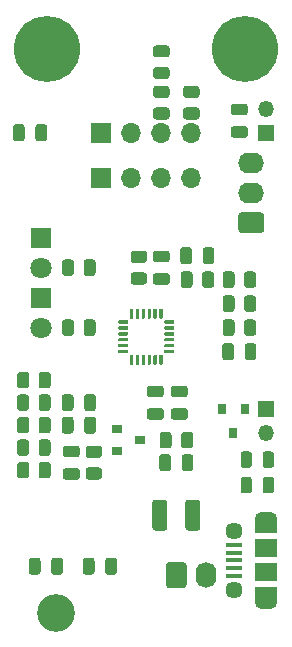
<source format=gbr>
%TF.GenerationSoftware,KiCad,Pcbnew,5.1.9-73d0e3b20d~88~ubuntu20.04.1*%
%TF.CreationDate,2021-03-24T22:28:27+08:00*%
%TF.ProjectId,elec-remote,656c6563-2d72-4656-9d6f-74652e6b6963,rev?*%
%TF.SameCoordinates,Original*%
%TF.FileFunction,Soldermask,Bot*%
%TF.FilePolarity,Negative*%
%FSLAX46Y46*%
G04 Gerber Fmt 4.6, Leading zero omitted, Abs format (unit mm)*
G04 Created by KiCad (PCBNEW 5.1.9-73d0e3b20d~88~ubuntu20.04.1) date 2021-03-24 22:28:27*
%MOMM*%
%LPD*%
G01*
G04 APERTURE LIST*
%ADD10C,5.600000*%
%ADD11O,1.700000X1.700000*%
%ADD12R,1.700000X1.700000*%
%ADD13C,3.200000*%
%ADD14O,1.350000X1.350000*%
%ADD15R,1.350000X1.350000*%
%ADD16O,2.190000X1.740000*%
%ADD17R,0.800000X0.900000*%
%ADD18R,0.900000X0.800000*%
%ADD19O,1.740000X2.190000*%
%ADD20R,1.900000X1.200000*%
%ADD21O,1.900000X1.200000*%
%ADD22R,1.900000X1.500000*%
%ADD23C,1.450000*%
%ADD24R,1.350000X0.400000*%
%ADD25C,1.800000*%
%ADD26R,1.800000X1.800000*%
G04 APERTURE END LIST*
%TO.C,R16*%
G36*
G01*
X43630002Y-29191000D02*
X42729998Y-29191000D01*
G75*
G02*
X42480000Y-28941002I0J249998D01*
G01*
X42480000Y-28415998D01*
G75*
G02*
X42729998Y-28166000I249998J0D01*
G01*
X43630002Y-28166000D01*
G75*
G02*
X43880000Y-28415998I0J-249998D01*
G01*
X43880000Y-28941002D01*
G75*
G02*
X43630002Y-29191000I-249998J0D01*
G01*
G37*
G36*
G01*
X43630002Y-31016000D02*
X42729998Y-31016000D01*
G75*
G02*
X42480000Y-30766002I0J249998D01*
G01*
X42480000Y-30240998D01*
G75*
G02*
X42729998Y-29991000I249998J0D01*
G01*
X43630002Y-29991000D01*
G75*
G02*
X43880000Y-30240998I0J-249998D01*
G01*
X43880000Y-30766002D01*
G75*
G02*
X43630002Y-31016000I-249998J0D01*
G01*
G37*
%TD*%
%TO.C,C17*%
G36*
G01*
X31615000Y-35085000D02*
X31615000Y-36035000D01*
G75*
G02*
X31365000Y-36285000I-250000J0D01*
G01*
X30865000Y-36285000D01*
G75*
G02*
X30615000Y-36035000I0J250000D01*
G01*
X30615000Y-35085000D01*
G75*
G02*
X30865000Y-34835000I250000J0D01*
G01*
X31365000Y-34835000D01*
G75*
G02*
X31615000Y-35085000I0J-250000D01*
G01*
G37*
G36*
G01*
X33515000Y-35085000D02*
X33515000Y-36035000D01*
G75*
G02*
X33265000Y-36285000I-250000J0D01*
G01*
X32765000Y-36285000D01*
G75*
G02*
X32515000Y-36035000I0J250000D01*
G01*
X32515000Y-35085000D01*
G75*
G02*
X32765000Y-34835000I250000J0D01*
G01*
X33265000Y-34835000D01*
G75*
G02*
X33515000Y-35085000I0J-250000D01*
G01*
G37*
%TD*%
D10*
%TO.C,H3*%
X33528000Y-28448000D03*
%TD*%
D11*
%TO.C,JBT1*%
X45720000Y-39370000D03*
X43180000Y-39370000D03*
X40640000Y-39370000D03*
D12*
X38100000Y-39370000D03*
%TD*%
D13*
%TO.C,H2*%
X34290000Y-76200000D03*
%TD*%
D10*
%TO.C,H1*%
X50292000Y-28448000D03*
%TD*%
D14*
%TO.C,TOP1*%
X52070000Y-33560000D03*
D15*
X52070000Y-35560000D03*
%TD*%
D16*
%TO.C,DEBUG1*%
X50800000Y-38100000D03*
X50800000Y-40640000D03*
G36*
G01*
X51645001Y-44050000D02*
X49954999Y-44050000D01*
G75*
G02*
X49705000Y-43800001I0J249999D01*
G01*
X49705000Y-42559999D01*
G75*
G02*
X49954999Y-42310000I249999J0D01*
G01*
X51645001Y-42310000D01*
G75*
G02*
X51895000Y-42559999I0J-249999D01*
G01*
X51895000Y-43800001D01*
G75*
G02*
X51645001Y-44050000I-249999J0D01*
G01*
G37*
%TD*%
D14*
%TO.C,BEEPER1*%
X52070000Y-60960000D03*
D15*
X52070000Y-58960000D03*
%TD*%
%TO.C,C20*%
G36*
G01*
X32951000Y-71788000D02*
X32951000Y-72738000D01*
G75*
G02*
X32701000Y-72988000I-250000J0D01*
G01*
X32201000Y-72988000D01*
G75*
G02*
X31951000Y-72738000I0J250000D01*
G01*
X31951000Y-71788000D01*
G75*
G02*
X32201000Y-71538000I250000J0D01*
G01*
X32701000Y-71538000D01*
G75*
G02*
X32951000Y-71788000I0J-250000D01*
G01*
G37*
G36*
G01*
X34851000Y-71788000D02*
X34851000Y-72738000D01*
G75*
G02*
X34601000Y-72988000I-250000J0D01*
G01*
X34101000Y-72988000D01*
G75*
G02*
X33851000Y-72738000I0J250000D01*
G01*
X33851000Y-71788000D01*
G75*
G02*
X34101000Y-71538000I250000J0D01*
G01*
X34601000Y-71538000D01*
G75*
G02*
X34851000Y-71788000I0J-250000D01*
G01*
G37*
%TD*%
D17*
%TO.C,Q2*%
X49276000Y-60944000D03*
X50226000Y-58944000D03*
X48326000Y-58944000D03*
%TD*%
D18*
%TO.C,Q1*%
X41386000Y-61595000D03*
X39386000Y-60645000D03*
X39386000Y-62545000D03*
%TD*%
D11*
%TO.C,LCD1*%
X45720000Y-35560000D03*
X43180000Y-35560000D03*
X40640000Y-35560000D03*
D12*
X38100000Y-35560000D03*
%TD*%
%TO.C,U2*%
G36*
G01*
X40585000Y-54357000D02*
X40735000Y-54357000D01*
G75*
G02*
X40810000Y-54432000I0J-75000D01*
G01*
X40810000Y-55132000D01*
G75*
G02*
X40735000Y-55207000I-75000J0D01*
G01*
X40585000Y-55207000D01*
G75*
G02*
X40510000Y-55132000I0J75000D01*
G01*
X40510000Y-54432000D01*
G75*
G02*
X40585000Y-54357000I75000J0D01*
G01*
G37*
G36*
G01*
X41085000Y-54357000D02*
X41235000Y-54357000D01*
G75*
G02*
X41310000Y-54432000I0J-75000D01*
G01*
X41310000Y-55132000D01*
G75*
G02*
X41235000Y-55207000I-75000J0D01*
G01*
X41085000Y-55207000D01*
G75*
G02*
X41010000Y-55132000I0J75000D01*
G01*
X41010000Y-54432000D01*
G75*
G02*
X41085000Y-54357000I75000J0D01*
G01*
G37*
G36*
G01*
X41585000Y-54357000D02*
X41735000Y-54357000D01*
G75*
G02*
X41810000Y-54432000I0J-75000D01*
G01*
X41810000Y-55132000D01*
G75*
G02*
X41735000Y-55207000I-75000J0D01*
G01*
X41585000Y-55207000D01*
G75*
G02*
X41510000Y-55132000I0J75000D01*
G01*
X41510000Y-54432000D01*
G75*
G02*
X41585000Y-54357000I75000J0D01*
G01*
G37*
G36*
G01*
X42085000Y-54357000D02*
X42235000Y-54357000D01*
G75*
G02*
X42310000Y-54432000I0J-75000D01*
G01*
X42310000Y-55132000D01*
G75*
G02*
X42235000Y-55207000I-75000J0D01*
G01*
X42085000Y-55207000D01*
G75*
G02*
X42010000Y-55132000I0J75000D01*
G01*
X42010000Y-54432000D01*
G75*
G02*
X42085000Y-54357000I75000J0D01*
G01*
G37*
G36*
G01*
X42585000Y-54357000D02*
X42735000Y-54357000D01*
G75*
G02*
X42810000Y-54432000I0J-75000D01*
G01*
X42810000Y-55132000D01*
G75*
G02*
X42735000Y-55207000I-75000J0D01*
G01*
X42585000Y-55207000D01*
G75*
G02*
X42510000Y-55132000I0J75000D01*
G01*
X42510000Y-54432000D01*
G75*
G02*
X42585000Y-54357000I75000J0D01*
G01*
G37*
G36*
G01*
X43085000Y-54357000D02*
X43235000Y-54357000D01*
G75*
G02*
X43310000Y-54432000I0J-75000D01*
G01*
X43310000Y-55132000D01*
G75*
G02*
X43235000Y-55207000I-75000J0D01*
G01*
X43085000Y-55207000D01*
G75*
G02*
X43010000Y-55132000I0J75000D01*
G01*
X43010000Y-54432000D01*
G75*
G02*
X43085000Y-54357000I75000J0D01*
G01*
G37*
G36*
G01*
X43435000Y-54157000D02*
X43435000Y-54007000D01*
G75*
G02*
X43510000Y-53932000I75000J0D01*
G01*
X44210000Y-53932000D01*
G75*
G02*
X44285000Y-54007000I0J-75000D01*
G01*
X44285000Y-54157000D01*
G75*
G02*
X44210000Y-54232000I-75000J0D01*
G01*
X43510000Y-54232000D01*
G75*
G02*
X43435000Y-54157000I0J75000D01*
G01*
G37*
G36*
G01*
X43435000Y-53657000D02*
X43435000Y-53507000D01*
G75*
G02*
X43510000Y-53432000I75000J0D01*
G01*
X44210000Y-53432000D01*
G75*
G02*
X44285000Y-53507000I0J-75000D01*
G01*
X44285000Y-53657000D01*
G75*
G02*
X44210000Y-53732000I-75000J0D01*
G01*
X43510000Y-53732000D01*
G75*
G02*
X43435000Y-53657000I0J75000D01*
G01*
G37*
G36*
G01*
X43435000Y-53157000D02*
X43435000Y-53007000D01*
G75*
G02*
X43510000Y-52932000I75000J0D01*
G01*
X44210000Y-52932000D01*
G75*
G02*
X44285000Y-53007000I0J-75000D01*
G01*
X44285000Y-53157000D01*
G75*
G02*
X44210000Y-53232000I-75000J0D01*
G01*
X43510000Y-53232000D01*
G75*
G02*
X43435000Y-53157000I0J75000D01*
G01*
G37*
G36*
G01*
X43435000Y-52657000D02*
X43435000Y-52507000D01*
G75*
G02*
X43510000Y-52432000I75000J0D01*
G01*
X44210000Y-52432000D01*
G75*
G02*
X44285000Y-52507000I0J-75000D01*
G01*
X44285000Y-52657000D01*
G75*
G02*
X44210000Y-52732000I-75000J0D01*
G01*
X43510000Y-52732000D01*
G75*
G02*
X43435000Y-52657000I0J75000D01*
G01*
G37*
G36*
G01*
X43435000Y-52157000D02*
X43435000Y-52007000D01*
G75*
G02*
X43510000Y-51932000I75000J0D01*
G01*
X44210000Y-51932000D01*
G75*
G02*
X44285000Y-52007000I0J-75000D01*
G01*
X44285000Y-52157000D01*
G75*
G02*
X44210000Y-52232000I-75000J0D01*
G01*
X43510000Y-52232000D01*
G75*
G02*
X43435000Y-52157000I0J75000D01*
G01*
G37*
G36*
G01*
X43435000Y-51657000D02*
X43435000Y-51507000D01*
G75*
G02*
X43510000Y-51432000I75000J0D01*
G01*
X44210000Y-51432000D01*
G75*
G02*
X44285000Y-51507000I0J-75000D01*
G01*
X44285000Y-51657000D01*
G75*
G02*
X44210000Y-51732000I-75000J0D01*
G01*
X43510000Y-51732000D01*
G75*
G02*
X43435000Y-51657000I0J75000D01*
G01*
G37*
G36*
G01*
X43085000Y-50457000D02*
X43235000Y-50457000D01*
G75*
G02*
X43310000Y-50532000I0J-75000D01*
G01*
X43310000Y-51232000D01*
G75*
G02*
X43235000Y-51307000I-75000J0D01*
G01*
X43085000Y-51307000D01*
G75*
G02*
X43010000Y-51232000I0J75000D01*
G01*
X43010000Y-50532000D01*
G75*
G02*
X43085000Y-50457000I75000J0D01*
G01*
G37*
G36*
G01*
X42585000Y-50457000D02*
X42735000Y-50457000D01*
G75*
G02*
X42810000Y-50532000I0J-75000D01*
G01*
X42810000Y-51232000D01*
G75*
G02*
X42735000Y-51307000I-75000J0D01*
G01*
X42585000Y-51307000D01*
G75*
G02*
X42510000Y-51232000I0J75000D01*
G01*
X42510000Y-50532000D01*
G75*
G02*
X42585000Y-50457000I75000J0D01*
G01*
G37*
G36*
G01*
X42085000Y-50457000D02*
X42235000Y-50457000D01*
G75*
G02*
X42310000Y-50532000I0J-75000D01*
G01*
X42310000Y-51232000D01*
G75*
G02*
X42235000Y-51307000I-75000J0D01*
G01*
X42085000Y-51307000D01*
G75*
G02*
X42010000Y-51232000I0J75000D01*
G01*
X42010000Y-50532000D01*
G75*
G02*
X42085000Y-50457000I75000J0D01*
G01*
G37*
G36*
G01*
X41585000Y-50457000D02*
X41735000Y-50457000D01*
G75*
G02*
X41810000Y-50532000I0J-75000D01*
G01*
X41810000Y-51232000D01*
G75*
G02*
X41735000Y-51307000I-75000J0D01*
G01*
X41585000Y-51307000D01*
G75*
G02*
X41510000Y-51232000I0J75000D01*
G01*
X41510000Y-50532000D01*
G75*
G02*
X41585000Y-50457000I75000J0D01*
G01*
G37*
G36*
G01*
X41085000Y-50457000D02*
X41235000Y-50457000D01*
G75*
G02*
X41310000Y-50532000I0J-75000D01*
G01*
X41310000Y-51232000D01*
G75*
G02*
X41235000Y-51307000I-75000J0D01*
G01*
X41085000Y-51307000D01*
G75*
G02*
X41010000Y-51232000I0J75000D01*
G01*
X41010000Y-50532000D01*
G75*
G02*
X41085000Y-50457000I75000J0D01*
G01*
G37*
G36*
G01*
X40585000Y-50457000D02*
X40735000Y-50457000D01*
G75*
G02*
X40810000Y-50532000I0J-75000D01*
G01*
X40810000Y-51232000D01*
G75*
G02*
X40735000Y-51307000I-75000J0D01*
G01*
X40585000Y-51307000D01*
G75*
G02*
X40510000Y-51232000I0J75000D01*
G01*
X40510000Y-50532000D01*
G75*
G02*
X40585000Y-50457000I75000J0D01*
G01*
G37*
G36*
G01*
X39535000Y-51657000D02*
X39535000Y-51507000D01*
G75*
G02*
X39610000Y-51432000I75000J0D01*
G01*
X40310000Y-51432000D01*
G75*
G02*
X40385000Y-51507000I0J-75000D01*
G01*
X40385000Y-51657000D01*
G75*
G02*
X40310000Y-51732000I-75000J0D01*
G01*
X39610000Y-51732000D01*
G75*
G02*
X39535000Y-51657000I0J75000D01*
G01*
G37*
G36*
G01*
X39535000Y-52157000D02*
X39535000Y-52007000D01*
G75*
G02*
X39610000Y-51932000I75000J0D01*
G01*
X40310000Y-51932000D01*
G75*
G02*
X40385000Y-52007000I0J-75000D01*
G01*
X40385000Y-52157000D01*
G75*
G02*
X40310000Y-52232000I-75000J0D01*
G01*
X39610000Y-52232000D01*
G75*
G02*
X39535000Y-52157000I0J75000D01*
G01*
G37*
G36*
G01*
X39535000Y-52657000D02*
X39535000Y-52507000D01*
G75*
G02*
X39610000Y-52432000I75000J0D01*
G01*
X40310000Y-52432000D01*
G75*
G02*
X40385000Y-52507000I0J-75000D01*
G01*
X40385000Y-52657000D01*
G75*
G02*
X40310000Y-52732000I-75000J0D01*
G01*
X39610000Y-52732000D01*
G75*
G02*
X39535000Y-52657000I0J75000D01*
G01*
G37*
G36*
G01*
X39535000Y-53157000D02*
X39535000Y-53007000D01*
G75*
G02*
X39610000Y-52932000I75000J0D01*
G01*
X40310000Y-52932000D01*
G75*
G02*
X40385000Y-53007000I0J-75000D01*
G01*
X40385000Y-53157000D01*
G75*
G02*
X40310000Y-53232000I-75000J0D01*
G01*
X39610000Y-53232000D01*
G75*
G02*
X39535000Y-53157000I0J75000D01*
G01*
G37*
G36*
G01*
X39535000Y-53657000D02*
X39535000Y-53507000D01*
G75*
G02*
X39610000Y-53432000I75000J0D01*
G01*
X40310000Y-53432000D01*
G75*
G02*
X40385000Y-53507000I0J-75000D01*
G01*
X40385000Y-53657000D01*
G75*
G02*
X40310000Y-53732000I-75000J0D01*
G01*
X39610000Y-53732000D01*
G75*
G02*
X39535000Y-53657000I0J75000D01*
G01*
G37*
G36*
G01*
X39535000Y-54157000D02*
X39535000Y-54007000D01*
G75*
G02*
X39610000Y-53932000I75000J0D01*
G01*
X40310000Y-53932000D01*
G75*
G02*
X40385000Y-54007000I0J-75000D01*
G01*
X40385000Y-54157000D01*
G75*
G02*
X40310000Y-54232000I-75000J0D01*
G01*
X39610000Y-54232000D01*
G75*
G02*
X39535000Y-54157000I0J75000D01*
G01*
G37*
%TD*%
%TO.C,R24*%
G36*
G01*
X44050000Y-61144998D02*
X44050000Y-62045002D01*
G75*
G02*
X43800002Y-62295000I-249998J0D01*
G01*
X43274998Y-62295000D01*
G75*
G02*
X43025000Y-62045002I0J249998D01*
G01*
X43025000Y-61144998D01*
G75*
G02*
X43274998Y-60895000I249998J0D01*
G01*
X43800002Y-60895000D01*
G75*
G02*
X44050000Y-61144998I0J-249998D01*
G01*
G37*
G36*
G01*
X45875000Y-61144998D02*
X45875000Y-62045002D01*
G75*
G02*
X45625002Y-62295000I-249998J0D01*
G01*
X45099998Y-62295000D01*
G75*
G02*
X44850000Y-62045002I0J249998D01*
G01*
X44850000Y-61144998D01*
G75*
G02*
X45099998Y-60895000I249998J0D01*
G01*
X45625002Y-60895000D01*
G75*
G02*
X45875000Y-61144998I0J-249998D01*
G01*
G37*
%TD*%
%TO.C,R15*%
G36*
G01*
X37014998Y-63900000D02*
X37915002Y-63900000D01*
G75*
G02*
X38165000Y-64149998I0J-249998D01*
G01*
X38165000Y-64675002D01*
G75*
G02*
X37915002Y-64925000I-249998J0D01*
G01*
X37014998Y-64925000D01*
G75*
G02*
X36765000Y-64675002I0J249998D01*
G01*
X36765000Y-64149998D01*
G75*
G02*
X37014998Y-63900000I249998J0D01*
G01*
G37*
G36*
G01*
X37014998Y-62075000D02*
X37915002Y-62075000D01*
G75*
G02*
X38165000Y-62324998I0J-249998D01*
G01*
X38165000Y-62850002D01*
G75*
G02*
X37915002Y-63100000I-249998J0D01*
G01*
X37014998Y-63100000D01*
G75*
G02*
X36765000Y-62850002I0J249998D01*
G01*
X36765000Y-62324998D01*
G75*
G02*
X37014998Y-62075000I249998J0D01*
G01*
G37*
%TD*%
%TO.C,R14*%
G36*
G01*
X31985000Y-63684998D02*
X31985000Y-64585002D01*
G75*
G02*
X31735002Y-64835000I-249998J0D01*
G01*
X31209998Y-64835000D01*
G75*
G02*
X30960000Y-64585002I0J249998D01*
G01*
X30960000Y-63684998D01*
G75*
G02*
X31209998Y-63435000I249998J0D01*
G01*
X31735002Y-63435000D01*
G75*
G02*
X31985000Y-63684998I0J-249998D01*
G01*
G37*
G36*
G01*
X33810000Y-63684998D02*
X33810000Y-64585002D01*
G75*
G02*
X33560002Y-64835000I-249998J0D01*
G01*
X33034998Y-64835000D01*
G75*
G02*
X32785000Y-64585002I0J249998D01*
G01*
X32785000Y-63684998D01*
G75*
G02*
X33034998Y-63435000I249998J0D01*
G01*
X33560002Y-63435000D01*
G75*
G02*
X33810000Y-63684998I0J-249998D01*
G01*
G37*
%TD*%
%TO.C,R13*%
G36*
G01*
X31985000Y-61779998D02*
X31985000Y-62680002D01*
G75*
G02*
X31735002Y-62930000I-249998J0D01*
G01*
X31209998Y-62930000D01*
G75*
G02*
X30960000Y-62680002I0J249998D01*
G01*
X30960000Y-61779998D01*
G75*
G02*
X31209998Y-61530000I249998J0D01*
G01*
X31735002Y-61530000D01*
G75*
G02*
X31985000Y-61779998I0J-249998D01*
G01*
G37*
G36*
G01*
X33810000Y-61779998D02*
X33810000Y-62680002D01*
G75*
G02*
X33560002Y-62930000I-249998J0D01*
G01*
X33034998Y-62930000D01*
G75*
G02*
X32785000Y-62680002I0J249998D01*
G01*
X32785000Y-61779998D01*
G75*
G02*
X33034998Y-61530000I249998J0D01*
G01*
X33560002Y-61530000D01*
G75*
G02*
X33810000Y-61779998I0J-249998D01*
G01*
G37*
%TD*%
%TO.C,R12*%
G36*
G01*
X46628000Y-48456002D02*
X46628000Y-47555998D01*
G75*
G02*
X46877998Y-47306000I249998J0D01*
G01*
X47403002Y-47306000D01*
G75*
G02*
X47653000Y-47555998I0J-249998D01*
G01*
X47653000Y-48456002D01*
G75*
G02*
X47403002Y-48706000I-249998J0D01*
G01*
X46877998Y-48706000D01*
G75*
G02*
X46628000Y-48456002I0J249998D01*
G01*
G37*
G36*
G01*
X44803000Y-48456002D02*
X44803000Y-47555998D01*
G75*
G02*
X45052998Y-47306000I249998J0D01*
G01*
X45578002Y-47306000D01*
G75*
G02*
X45828000Y-47555998I0J-249998D01*
G01*
X45828000Y-48456002D01*
G75*
G02*
X45578002Y-48706000I-249998J0D01*
G01*
X45052998Y-48706000D01*
G75*
G02*
X44803000Y-48456002I0J249998D01*
G01*
G37*
%TD*%
%TO.C,R11*%
G36*
G01*
X32785000Y-60775002D02*
X32785000Y-59874998D01*
G75*
G02*
X33034998Y-59625000I249998J0D01*
G01*
X33560002Y-59625000D01*
G75*
G02*
X33810000Y-59874998I0J-249998D01*
G01*
X33810000Y-60775002D01*
G75*
G02*
X33560002Y-61025000I-249998J0D01*
G01*
X33034998Y-61025000D01*
G75*
G02*
X32785000Y-60775002I0J249998D01*
G01*
G37*
G36*
G01*
X30960000Y-60775002D02*
X30960000Y-59874998D01*
G75*
G02*
X31209998Y-59625000I249998J0D01*
G01*
X31735002Y-59625000D01*
G75*
G02*
X31985000Y-59874998I0J-249998D01*
G01*
X31985000Y-60775002D01*
G75*
G02*
X31735002Y-61025000I-249998J0D01*
G01*
X31209998Y-61025000D01*
G75*
G02*
X30960000Y-60775002I0J249998D01*
G01*
G37*
%TD*%
%TO.C,R10*%
G36*
G01*
X46170002Y-32620000D02*
X45269998Y-32620000D01*
G75*
G02*
X45020000Y-32370002I0J249998D01*
G01*
X45020000Y-31844998D01*
G75*
G02*
X45269998Y-31595000I249998J0D01*
G01*
X46170002Y-31595000D01*
G75*
G02*
X46420000Y-31844998I0J-249998D01*
G01*
X46420000Y-32370002D01*
G75*
G02*
X46170002Y-32620000I-249998J0D01*
G01*
G37*
G36*
G01*
X46170002Y-34445000D02*
X45269998Y-34445000D01*
G75*
G02*
X45020000Y-34195002I0J249998D01*
G01*
X45020000Y-33669998D01*
G75*
G02*
X45269998Y-33420000I249998J0D01*
G01*
X46170002Y-33420000D01*
G75*
G02*
X46420000Y-33669998I0J-249998D01*
G01*
X46420000Y-34195002D01*
G75*
G02*
X46170002Y-34445000I-249998J0D01*
G01*
G37*
%TD*%
%TO.C,R9*%
G36*
G01*
X43630002Y-32620000D02*
X42729998Y-32620000D01*
G75*
G02*
X42480000Y-32370002I0J249998D01*
G01*
X42480000Y-31844998D01*
G75*
G02*
X42729998Y-31595000I249998J0D01*
G01*
X43630002Y-31595000D01*
G75*
G02*
X43880000Y-31844998I0J-249998D01*
G01*
X43880000Y-32370002D01*
G75*
G02*
X43630002Y-32620000I-249998J0D01*
G01*
G37*
G36*
G01*
X43630002Y-34445000D02*
X42729998Y-34445000D01*
G75*
G02*
X42480000Y-34195002I0J249998D01*
G01*
X42480000Y-33669998D01*
G75*
G02*
X42729998Y-33420000I249998J0D01*
G01*
X43630002Y-33420000D01*
G75*
G02*
X43880000Y-33669998I0J-249998D01*
G01*
X43880000Y-34195002D01*
G75*
G02*
X43630002Y-34445000I-249998J0D01*
G01*
G37*
%TD*%
%TO.C,R8*%
G36*
G01*
X32785000Y-58870002D02*
X32785000Y-57969998D01*
G75*
G02*
X33034998Y-57720000I249998J0D01*
G01*
X33560002Y-57720000D01*
G75*
G02*
X33810000Y-57969998I0J-249998D01*
G01*
X33810000Y-58870002D01*
G75*
G02*
X33560002Y-59120000I-249998J0D01*
G01*
X33034998Y-59120000D01*
G75*
G02*
X32785000Y-58870002I0J249998D01*
G01*
G37*
G36*
G01*
X30960000Y-58870002D02*
X30960000Y-57969998D01*
G75*
G02*
X31209998Y-57720000I249998J0D01*
G01*
X31735002Y-57720000D01*
G75*
G02*
X31985000Y-57969998I0J-249998D01*
G01*
X31985000Y-58870002D01*
G75*
G02*
X31735002Y-59120000I-249998J0D01*
G01*
X31209998Y-59120000D01*
G75*
G02*
X30960000Y-58870002I0J249998D01*
G01*
G37*
%TD*%
%TO.C,R7*%
G36*
G01*
X49384000Y-47555998D02*
X49384000Y-48456002D01*
G75*
G02*
X49134002Y-48706000I-249998J0D01*
G01*
X48608998Y-48706000D01*
G75*
G02*
X48359000Y-48456002I0J249998D01*
G01*
X48359000Y-47555998D01*
G75*
G02*
X48608998Y-47306000I249998J0D01*
G01*
X49134002Y-47306000D01*
G75*
G02*
X49384000Y-47555998I0J-249998D01*
G01*
G37*
G36*
G01*
X51209000Y-47555998D02*
X51209000Y-48456002D01*
G75*
G02*
X50959002Y-48706000I-249998J0D01*
G01*
X50433998Y-48706000D01*
G75*
G02*
X50184000Y-48456002I0J249998D01*
G01*
X50184000Y-47555998D01*
G75*
G02*
X50433998Y-47306000I249998J0D01*
G01*
X50959002Y-47306000D01*
G75*
G02*
X51209000Y-47555998I0J-249998D01*
G01*
G37*
%TD*%
%TO.C,R6*%
G36*
G01*
X49384000Y-49587998D02*
X49384000Y-50488002D01*
G75*
G02*
X49134002Y-50738000I-249998J0D01*
G01*
X48608998Y-50738000D01*
G75*
G02*
X48359000Y-50488002I0J249998D01*
G01*
X48359000Y-49587998D01*
G75*
G02*
X48608998Y-49338000I249998J0D01*
G01*
X49134002Y-49338000D01*
G75*
G02*
X49384000Y-49587998I0J-249998D01*
G01*
G37*
G36*
G01*
X51209000Y-49587998D02*
X51209000Y-50488002D01*
G75*
G02*
X50959002Y-50738000I-249998J0D01*
G01*
X50433998Y-50738000D01*
G75*
G02*
X50184000Y-50488002I0J249998D01*
G01*
X50184000Y-49587998D01*
G75*
G02*
X50433998Y-49338000I249998J0D01*
G01*
X50959002Y-49338000D01*
G75*
G02*
X51209000Y-49587998I0J-249998D01*
G01*
G37*
%TD*%
%TO.C,R5*%
G36*
G01*
X32785000Y-56965002D02*
X32785000Y-56064998D01*
G75*
G02*
X33034998Y-55815000I249998J0D01*
G01*
X33560002Y-55815000D01*
G75*
G02*
X33810000Y-56064998I0J-249998D01*
G01*
X33810000Y-56965002D01*
G75*
G02*
X33560002Y-57215000I-249998J0D01*
G01*
X33034998Y-57215000D01*
G75*
G02*
X32785000Y-56965002I0J249998D01*
G01*
G37*
G36*
G01*
X30960000Y-56965002D02*
X30960000Y-56064998D01*
G75*
G02*
X31209998Y-55815000I249998J0D01*
G01*
X31735002Y-55815000D01*
G75*
G02*
X31985000Y-56064998I0J-249998D01*
G01*
X31985000Y-56965002D01*
G75*
G02*
X31735002Y-57215000I-249998J0D01*
G01*
X31209998Y-57215000D01*
G75*
G02*
X30960000Y-56965002I0J249998D01*
G01*
G37*
%TD*%
%TO.C,R4*%
G36*
G01*
X36595000Y-52520002D02*
X36595000Y-51619998D01*
G75*
G02*
X36844998Y-51370000I249998J0D01*
G01*
X37370002Y-51370000D01*
G75*
G02*
X37620000Y-51619998I0J-249998D01*
G01*
X37620000Y-52520002D01*
G75*
G02*
X37370002Y-52770000I-249998J0D01*
G01*
X36844998Y-52770000D01*
G75*
G02*
X36595000Y-52520002I0J249998D01*
G01*
G37*
G36*
G01*
X34770000Y-52520002D02*
X34770000Y-51619998D01*
G75*
G02*
X35019998Y-51370000I249998J0D01*
G01*
X35545002Y-51370000D01*
G75*
G02*
X35795000Y-51619998I0J-249998D01*
G01*
X35795000Y-52520002D01*
G75*
G02*
X35545002Y-52770000I-249998J0D01*
G01*
X35019998Y-52770000D01*
G75*
G02*
X34770000Y-52520002I0J249998D01*
G01*
G37*
%TD*%
%TO.C,R3*%
G36*
G01*
X49384000Y-51619998D02*
X49384000Y-52520002D01*
G75*
G02*
X49134002Y-52770000I-249998J0D01*
G01*
X48608998Y-52770000D01*
G75*
G02*
X48359000Y-52520002I0J249998D01*
G01*
X48359000Y-51619998D01*
G75*
G02*
X48608998Y-51370000I249998J0D01*
G01*
X49134002Y-51370000D01*
G75*
G02*
X49384000Y-51619998I0J-249998D01*
G01*
G37*
G36*
G01*
X51209000Y-51619998D02*
X51209000Y-52520002D01*
G75*
G02*
X50959002Y-52770000I-249998J0D01*
G01*
X50433998Y-52770000D01*
G75*
G02*
X50184000Y-52520002I0J249998D01*
G01*
X50184000Y-51619998D01*
G75*
G02*
X50433998Y-51370000I249998J0D01*
G01*
X50959002Y-51370000D01*
G75*
G02*
X51209000Y-51619998I0J-249998D01*
G01*
G37*
%TD*%
%TO.C,R2*%
G36*
G01*
X41725002Y-46590000D02*
X40824998Y-46590000D01*
G75*
G02*
X40575000Y-46340002I0J249998D01*
G01*
X40575000Y-45814998D01*
G75*
G02*
X40824998Y-45565000I249998J0D01*
G01*
X41725002Y-45565000D01*
G75*
G02*
X41975000Y-45814998I0J-249998D01*
G01*
X41975000Y-46340002D01*
G75*
G02*
X41725002Y-46590000I-249998J0D01*
G01*
G37*
G36*
G01*
X41725002Y-48415000D02*
X40824998Y-48415000D01*
G75*
G02*
X40575000Y-48165002I0J249998D01*
G01*
X40575000Y-47639998D01*
G75*
G02*
X40824998Y-47390000I249998J0D01*
G01*
X41725002Y-47390000D01*
G75*
G02*
X41975000Y-47639998I0J-249998D01*
G01*
X41975000Y-48165002D01*
G75*
G02*
X41725002Y-48415000I-249998J0D01*
G01*
G37*
%TD*%
%TO.C,R1*%
G36*
G01*
X36595000Y-47440002D02*
X36595000Y-46539998D01*
G75*
G02*
X36844998Y-46290000I249998J0D01*
G01*
X37370002Y-46290000D01*
G75*
G02*
X37620000Y-46539998I0J-249998D01*
G01*
X37620000Y-47440002D01*
G75*
G02*
X37370002Y-47690000I-249998J0D01*
G01*
X36844998Y-47690000D01*
G75*
G02*
X36595000Y-47440002I0J249998D01*
G01*
G37*
G36*
G01*
X34770000Y-47440002D02*
X34770000Y-46539998D01*
G75*
G02*
X35019998Y-46290000I249998J0D01*
G01*
X35545002Y-46290000D01*
G75*
G02*
X35795000Y-46539998I0J-249998D01*
G01*
X35795000Y-47440002D01*
G75*
G02*
X35545002Y-47690000I-249998J0D01*
G01*
X35019998Y-47690000D01*
G75*
G02*
X34770000Y-47440002I0J249998D01*
G01*
G37*
%TD*%
D19*
%TO.C,BATT1*%
X46990000Y-73025000D03*
G36*
G01*
X43580000Y-73870001D02*
X43580000Y-72179999D01*
G75*
G02*
X43829999Y-71930000I249999J0D01*
G01*
X45070001Y-71930000D01*
G75*
G02*
X45320000Y-72179999I0J-249999D01*
G01*
X45320000Y-73870001D01*
G75*
G02*
X45070001Y-74120000I-249999J0D01*
G01*
X43829999Y-74120000D01*
G75*
G02*
X43580000Y-73870001I0J249999D01*
G01*
G37*
%TD*%
D20*
%TO.C,J2*%
X52037500Y-68855000D03*
X52037500Y-74655000D03*
D21*
X52037500Y-75255000D03*
X52037500Y-68255000D03*
D22*
X52037500Y-70755000D03*
D23*
X49337500Y-74255000D03*
D24*
X49337500Y-71755000D03*
X49337500Y-72405000D03*
X49337500Y-73055000D03*
X49337500Y-70455000D03*
X49337500Y-71105000D03*
D23*
X49337500Y-69255000D03*
D22*
X52037500Y-72755000D03*
%TD*%
%TO.C,F1*%
G36*
G01*
X45225000Y-69020000D02*
X45225000Y-66870000D01*
G75*
G02*
X45475000Y-66620000I250000J0D01*
G01*
X46225000Y-66620000D01*
G75*
G02*
X46475000Y-66870000I0J-250000D01*
G01*
X46475000Y-69020000D01*
G75*
G02*
X46225000Y-69270000I-250000J0D01*
G01*
X45475000Y-69270000D01*
G75*
G02*
X45225000Y-69020000I0J250000D01*
G01*
G37*
G36*
G01*
X42425000Y-69020000D02*
X42425000Y-66870000D01*
G75*
G02*
X42675000Y-66620000I250000J0D01*
G01*
X43425000Y-66620000D01*
G75*
G02*
X43675000Y-66870000I0J-250000D01*
G01*
X43675000Y-69020000D01*
G75*
G02*
X43425000Y-69270000I-250000J0D01*
G01*
X42675000Y-69270000D01*
G75*
G02*
X42425000Y-69020000I0J250000D01*
G01*
G37*
%TD*%
%TO.C,D7*%
G36*
G01*
X50858000Y-64948750D02*
X50858000Y-65861250D01*
G75*
G02*
X50614250Y-66105000I-243750J0D01*
G01*
X50126750Y-66105000D01*
G75*
G02*
X49883000Y-65861250I0J243750D01*
G01*
X49883000Y-64948750D01*
G75*
G02*
X50126750Y-64705000I243750J0D01*
G01*
X50614250Y-64705000D01*
G75*
G02*
X50858000Y-64948750I0J-243750D01*
G01*
G37*
G36*
G01*
X52733000Y-64948750D02*
X52733000Y-65861250D01*
G75*
G02*
X52489250Y-66105000I-243750J0D01*
G01*
X52001750Y-66105000D01*
G75*
G02*
X51758000Y-65861250I0J243750D01*
G01*
X51758000Y-64948750D01*
G75*
G02*
X52001750Y-64705000I243750J0D01*
G01*
X52489250Y-64705000D01*
G75*
G02*
X52733000Y-64948750I0J-243750D01*
G01*
G37*
%TD*%
%TO.C,D6*%
G36*
G01*
X51758000Y-63702250D02*
X51758000Y-62789750D01*
G75*
G02*
X52001750Y-62546000I243750J0D01*
G01*
X52489250Y-62546000D01*
G75*
G02*
X52733000Y-62789750I0J-243750D01*
G01*
X52733000Y-63702250D01*
G75*
G02*
X52489250Y-63946000I-243750J0D01*
G01*
X52001750Y-63946000D01*
G75*
G02*
X51758000Y-63702250I0J243750D01*
G01*
G37*
G36*
G01*
X49883000Y-63702250D02*
X49883000Y-62789750D01*
G75*
G02*
X50126750Y-62546000I243750J0D01*
G01*
X50614250Y-62546000D01*
G75*
G02*
X50858000Y-62789750I0J-243750D01*
G01*
X50858000Y-63702250D01*
G75*
G02*
X50614250Y-63946000I-243750J0D01*
G01*
X50126750Y-63946000D01*
G75*
G02*
X49883000Y-63702250I0J243750D01*
G01*
G37*
%TD*%
D25*
%TO.C,D2*%
X33020000Y-52070000D03*
D26*
X33020000Y-49530000D03*
%TD*%
D25*
%TO.C,D1*%
X33020000Y-46990000D03*
D26*
X33020000Y-44450000D03*
%TD*%
%TO.C,C19*%
G36*
G01*
X38423000Y-72738000D02*
X38423000Y-71788000D01*
G75*
G02*
X38673000Y-71538000I250000J0D01*
G01*
X39173000Y-71538000D01*
G75*
G02*
X39423000Y-71788000I0J-250000D01*
G01*
X39423000Y-72738000D01*
G75*
G02*
X39173000Y-72988000I-250000J0D01*
G01*
X38673000Y-72988000D01*
G75*
G02*
X38423000Y-72738000I0J250000D01*
G01*
G37*
G36*
G01*
X36523000Y-72738000D02*
X36523000Y-71788000D01*
G75*
G02*
X36773000Y-71538000I250000J0D01*
G01*
X37273000Y-71538000D01*
G75*
G02*
X37523000Y-71788000I0J-250000D01*
G01*
X37523000Y-72738000D01*
G75*
G02*
X37273000Y-72988000I-250000J0D01*
G01*
X36773000Y-72988000D01*
G75*
G02*
X36523000Y-72738000I0J250000D01*
G01*
G37*
%TD*%
%TO.C,C16*%
G36*
G01*
X45179000Y-57970000D02*
X44229000Y-57970000D01*
G75*
G02*
X43979000Y-57720000I0J250000D01*
G01*
X43979000Y-57220000D01*
G75*
G02*
X44229000Y-56970000I250000J0D01*
G01*
X45179000Y-56970000D01*
G75*
G02*
X45429000Y-57220000I0J-250000D01*
G01*
X45429000Y-57720000D01*
G75*
G02*
X45179000Y-57970000I-250000J0D01*
G01*
G37*
G36*
G01*
X45179000Y-59870000D02*
X44229000Y-59870000D01*
G75*
G02*
X43979000Y-59620000I0J250000D01*
G01*
X43979000Y-59120000D01*
G75*
G02*
X44229000Y-58870000I250000J0D01*
G01*
X45179000Y-58870000D01*
G75*
G02*
X45429000Y-59120000I0J-250000D01*
G01*
X45429000Y-59620000D01*
G75*
G02*
X45179000Y-59870000I-250000J0D01*
G01*
G37*
%TD*%
%TO.C,C13*%
G36*
G01*
X36035000Y-63050000D02*
X35085000Y-63050000D01*
G75*
G02*
X34835000Y-62800000I0J250000D01*
G01*
X34835000Y-62300000D01*
G75*
G02*
X35085000Y-62050000I250000J0D01*
G01*
X36035000Y-62050000D01*
G75*
G02*
X36285000Y-62300000I0J-250000D01*
G01*
X36285000Y-62800000D01*
G75*
G02*
X36035000Y-63050000I-250000J0D01*
G01*
G37*
G36*
G01*
X36035000Y-64950000D02*
X35085000Y-64950000D01*
G75*
G02*
X34835000Y-64700000I0J250000D01*
G01*
X34835000Y-64200000D01*
G75*
G02*
X35085000Y-63950000I250000J0D01*
G01*
X36035000Y-63950000D01*
G75*
G02*
X36285000Y-64200000I0J-250000D01*
G01*
X36285000Y-64700000D01*
G75*
G02*
X36035000Y-64950000I-250000J0D01*
G01*
G37*
%TD*%
%TO.C,C12*%
G36*
G01*
X45778000Y-45499000D02*
X45778000Y-46449000D01*
G75*
G02*
X45528000Y-46699000I-250000J0D01*
G01*
X45028000Y-46699000D01*
G75*
G02*
X44778000Y-46449000I0J250000D01*
G01*
X44778000Y-45499000D01*
G75*
G02*
X45028000Y-45249000I250000J0D01*
G01*
X45528000Y-45249000D01*
G75*
G02*
X45778000Y-45499000I0J-250000D01*
G01*
G37*
G36*
G01*
X47678000Y-45499000D02*
X47678000Y-46449000D01*
G75*
G02*
X47428000Y-46699000I-250000J0D01*
G01*
X46928000Y-46699000D01*
G75*
G02*
X46678000Y-46449000I0J250000D01*
G01*
X46678000Y-45499000D01*
G75*
G02*
X46928000Y-45249000I250000J0D01*
G01*
X47428000Y-45249000D01*
G75*
G02*
X47678000Y-45499000I0J-250000D01*
G01*
G37*
%TD*%
%TO.C,C11*%
G36*
G01*
X36645000Y-60800000D02*
X36645000Y-59850000D01*
G75*
G02*
X36895000Y-59600000I250000J0D01*
G01*
X37395000Y-59600000D01*
G75*
G02*
X37645000Y-59850000I0J-250000D01*
G01*
X37645000Y-60800000D01*
G75*
G02*
X37395000Y-61050000I-250000J0D01*
G01*
X36895000Y-61050000D01*
G75*
G02*
X36645000Y-60800000I0J250000D01*
G01*
G37*
G36*
G01*
X34745000Y-60800000D02*
X34745000Y-59850000D01*
G75*
G02*
X34995000Y-59600000I250000J0D01*
G01*
X35495000Y-59600000D01*
G75*
G02*
X35745000Y-59850000I0J-250000D01*
G01*
X35745000Y-60800000D01*
G75*
G02*
X35495000Y-61050000I-250000J0D01*
G01*
X34995000Y-61050000D01*
G75*
G02*
X34745000Y-60800000I0J250000D01*
G01*
G37*
%TD*%
%TO.C,C10*%
G36*
G01*
X43147000Y-57970000D02*
X42197000Y-57970000D01*
G75*
G02*
X41947000Y-57720000I0J250000D01*
G01*
X41947000Y-57220000D01*
G75*
G02*
X42197000Y-56970000I250000J0D01*
G01*
X43147000Y-56970000D01*
G75*
G02*
X43397000Y-57220000I0J-250000D01*
G01*
X43397000Y-57720000D01*
G75*
G02*
X43147000Y-57970000I-250000J0D01*
G01*
G37*
G36*
G01*
X43147000Y-59870000D02*
X42197000Y-59870000D01*
G75*
G02*
X41947000Y-59620000I0J250000D01*
G01*
X41947000Y-59120000D01*
G75*
G02*
X42197000Y-58870000I250000J0D01*
G01*
X43147000Y-58870000D01*
G75*
G02*
X43397000Y-59120000I0J-250000D01*
G01*
X43397000Y-59620000D01*
G75*
G02*
X43147000Y-59870000I-250000J0D01*
G01*
G37*
%TD*%
%TO.C,C8*%
G36*
G01*
X35745000Y-57945000D02*
X35745000Y-58895000D01*
G75*
G02*
X35495000Y-59145000I-250000J0D01*
G01*
X34995000Y-59145000D01*
G75*
G02*
X34745000Y-58895000I0J250000D01*
G01*
X34745000Y-57945000D01*
G75*
G02*
X34995000Y-57695000I250000J0D01*
G01*
X35495000Y-57695000D01*
G75*
G02*
X35745000Y-57945000I0J-250000D01*
G01*
G37*
G36*
G01*
X37645000Y-57945000D02*
X37645000Y-58895000D01*
G75*
G02*
X37395000Y-59145000I-250000J0D01*
G01*
X36895000Y-59145000D01*
G75*
G02*
X36645000Y-58895000I0J250000D01*
G01*
X36645000Y-57945000D01*
G75*
G02*
X36895000Y-57695000I250000J0D01*
G01*
X37395000Y-57695000D01*
G75*
G02*
X37645000Y-57945000I0J-250000D01*
G01*
G37*
%TD*%
%TO.C,C7*%
G36*
G01*
X42705000Y-47440000D02*
X43655000Y-47440000D01*
G75*
G02*
X43905000Y-47690000I0J-250000D01*
G01*
X43905000Y-48190000D01*
G75*
G02*
X43655000Y-48440000I-250000J0D01*
G01*
X42705000Y-48440000D01*
G75*
G02*
X42455000Y-48190000I0J250000D01*
G01*
X42455000Y-47690000D01*
G75*
G02*
X42705000Y-47440000I250000J0D01*
G01*
G37*
G36*
G01*
X42705000Y-45540000D02*
X43655000Y-45540000D01*
G75*
G02*
X43905000Y-45790000I0J-250000D01*
G01*
X43905000Y-46290000D01*
G75*
G02*
X43655000Y-46540000I-250000J0D01*
G01*
X42705000Y-46540000D01*
G75*
G02*
X42455000Y-46290000I0J250000D01*
G01*
X42455000Y-45790000D01*
G75*
G02*
X42705000Y-45540000I250000J0D01*
G01*
G37*
%TD*%
%TO.C,C6*%
G36*
G01*
X49309000Y-34994000D02*
X50259000Y-34994000D01*
G75*
G02*
X50509000Y-35244000I0J-250000D01*
G01*
X50509000Y-35744000D01*
G75*
G02*
X50259000Y-35994000I-250000J0D01*
G01*
X49309000Y-35994000D01*
G75*
G02*
X49059000Y-35744000I0J250000D01*
G01*
X49059000Y-35244000D01*
G75*
G02*
X49309000Y-34994000I250000J0D01*
G01*
G37*
G36*
G01*
X49309000Y-33094000D02*
X50259000Y-33094000D01*
G75*
G02*
X50509000Y-33344000I0J-250000D01*
G01*
X50509000Y-33844000D01*
G75*
G02*
X50259000Y-34094000I-250000J0D01*
G01*
X49309000Y-34094000D01*
G75*
G02*
X49059000Y-33844000I0J250000D01*
G01*
X49059000Y-33344000D01*
G75*
G02*
X49309000Y-33094000I250000J0D01*
G01*
G37*
%TD*%
%TO.C,C3*%
G36*
G01*
X44000000Y-63025000D02*
X44000000Y-63975000D01*
G75*
G02*
X43750000Y-64225000I-250000J0D01*
G01*
X43250000Y-64225000D01*
G75*
G02*
X43000000Y-63975000I0J250000D01*
G01*
X43000000Y-63025000D01*
G75*
G02*
X43250000Y-62775000I250000J0D01*
G01*
X43750000Y-62775000D01*
G75*
G02*
X44000000Y-63025000I0J-250000D01*
G01*
G37*
G36*
G01*
X45900000Y-63025000D02*
X45900000Y-63975000D01*
G75*
G02*
X45650000Y-64225000I-250000J0D01*
G01*
X45150000Y-64225000D01*
G75*
G02*
X44900000Y-63975000I0J250000D01*
G01*
X44900000Y-63025000D01*
G75*
G02*
X45150000Y-62775000I250000J0D01*
G01*
X45650000Y-62775000D01*
G75*
G02*
X45900000Y-63025000I0J-250000D01*
G01*
G37*
%TD*%
%TO.C,C2*%
G36*
G01*
X50234000Y-54577000D02*
X50234000Y-53627000D01*
G75*
G02*
X50484000Y-53377000I250000J0D01*
G01*
X50984000Y-53377000D01*
G75*
G02*
X51234000Y-53627000I0J-250000D01*
G01*
X51234000Y-54577000D01*
G75*
G02*
X50984000Y-54827000I-250000J0D01*
G01*
X50484000Y-54827000D01*
G75*
G02*
X50234000Y-54577000I0J250000D01*
G01*
G37*
G36*
G01*
X48334000Y-54577000D02*
X48334000Y-53627000D01*
G75*
G02*
X48584000Y-53377000I250000J0D01*
G01*
X49084000Y-53377000D01*
G75*
G02*
X49334000Y-53627000I0J-250000D01*
G01*
X49334000Y-54577000D01*
G75*
G02*
X49084000Y-54827000I-250000J0D01*
G01*
X48584000Y-54827000D01*
G75*
G02*
X48334000Y-54577000I0J250000D01*
G01*
G37*
%TD*%
M02*

</source>
